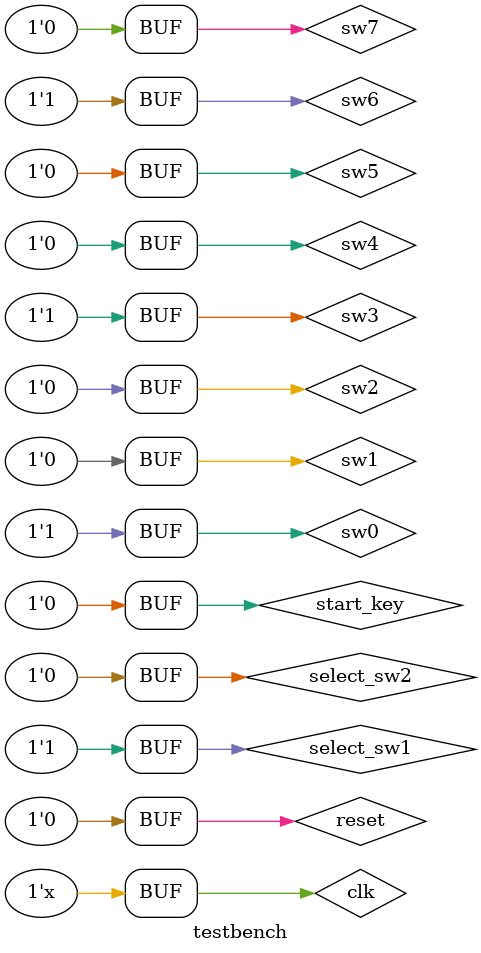
<source format=v>
`timescale 1ns / 1ps

module testbench();
    reg clk, reset;
    reg sw0, sw1, sw2, sw3;
    reg sw4, sw5, sw6, sw7;
    reg select_sw1, select_sw2;
    reg start_key;

    wire [6:0] seg;
    wire [3:0] ans;

    Cordic_top Cordic_calculator(
        .clk    (clk),
        .reset  (reset),
        .sw0    (sw0),
        .sw1    (sw1),
        .sw2    (sw2),
        .sw3    (sw3),
        .sw4    (sw4),
        .sw5    (sw5),
        .sw6    (sw6),
        .sw7    (sw7),
        .seg    (seg),
        .ans    (ans),
        .select_sw1 (select_sw1),
        .select_sw2 (select_sw2),
        .start_key  (start_key)
    );

    initial begin
        clk = 0;
        reset = 1;
        sw0 = 0;
        sw1 = 0;
        sw2 = 0;
        sw3 = 0;
        sw4 = 0;
        sw5 = 0;
        sw6 = 0;
        sw7 = 0;
        select_sw1 = 0;
        select_sw2 = 0;

        #20 reset = 0;
        sw0 = 1;
        sw1 = 0;
        sw2 = 0;
        sw3 = 1;
        sw4 = 0;
        sw5 = 0;
        sw6 = 1;
        sw7 = 0;
        select_sw1 = 1;
        select_sw2 = 0;
    
        #40 start_key = 1'b1;

        #100000000 start_key = 1'b0;

        #100000000 start_key = 1'b1;

        #100000000 start_key = 1'b0;
    end

    always begin
        #5 clk = ~clk;
    end

    
endmodule

</source>
